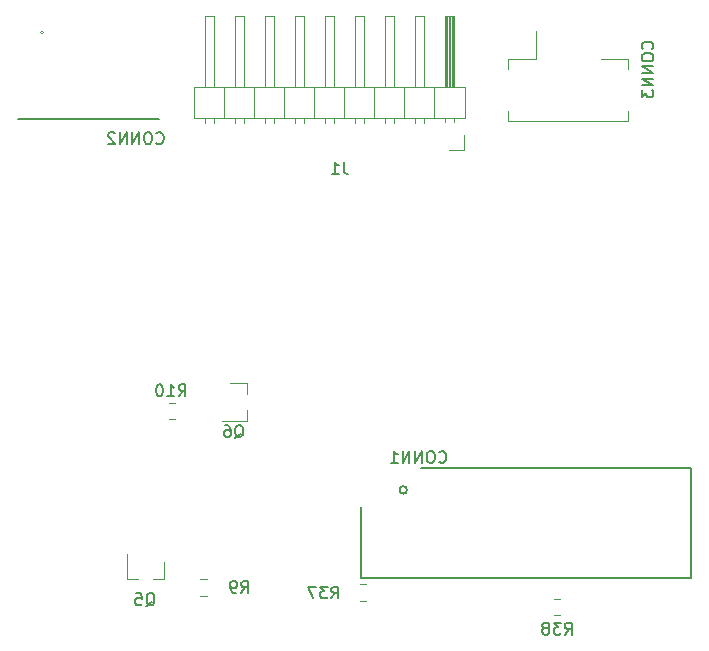
<source format=gbr>
G04 #@! TF.GenerationSoftware,KiCad,Pcbnew,(5.1.6-0-10_14)*
G04 #@! TF.CreationDate,2020-07-24T18:59:42-04:00*
G04 #@! TF.ProjectId,Pufferfish-Interface-2,50756666-6572-4666-9973-682d496e7465,rev?*
G04 #@! TF.SameCoordinates,Original*
G04 #@! TF.FileFunction,Legend,Bot*
G04 #@! TF.FilePolarity,Positive*
%FSLAX46Y46*%
G04 Gerber Fmt 4.6, Leading zero omitted, Abs format (unit mm)*
G04 Created by KiCad (PCBNEW (5.1.6-0-10_14)) date 2020-07-24 18:59:42*
%MOMM*%
%LPD*%
G01*
G04 APERTURE LIST*
%ADD10C,0.200000*%
%ADD11C,0.120000*%
%ADD12C,0.100000*%
%ADD13C,0.127000*%
%ADD14C,0.150000*%
G04 APERTURE END LIST*
D10*
X35560000Y-38608000D02*
X58420000Y-38608000D01*
X58420000Y-38608000D02*
X58420000Y-47879000D01*
X58420000Y-47879000D02*
X30480000Y-47879000D01*
X30480000Y-47879000D02*
X30480000Y-41910000D01*
X34359788Y-40449500D02*
G75*
G03*
X34359788Y-40449500I-323788J0D01*
G01*
D11*
X39209980Y-11691620D02*
X39209980Y-10421620D01*
X37939980Y-11691620D02*
X39209980Y-11691620D01*
X17239980Y-9378691D02*
X17239980Y-8981620D01*
X17999980Y-9378691D02*
X17999980Y-8981620D01*
X17239980Y-321620D02*
X17239980Y-6321620D01*
X17999980Y-321620D02*
X17239980Y-321620D01*
X17999980Y-6321620D02*
X17999980Y-321620D01*
X18889980Y-8981620D02*
X18889980Y-6321620D01*
X19779980Y-9378691D02*
X19779980Y-8981620D01*
X20539980Y-9378691D02*
X20539980Y-8981620D01*
X19779980Y-321620D02*
X19779980Y-6321620D01*
X20539980Y-321620D02*
X19779980Y-321620D01*
X20539980Y-6321620D02*
X20539980Y-321620D01*
X21429980Y-8981620D02*
X21429980Y-6321620D01*
X22319980Y-9378691D02*
X22319980Y-8981620D01*
X23079980Y-9378691D02*
X23079980Y-8981620D01*
X22319980Y-321620D02*
X22319980Y-6321620D01*
X23079980Y-321620D02*
X22319980Y-321620D01*
X23079980Y-6321620D02*
X23079980Y-321620D01*
X23969980Y-8981620D02*
X23969980Y-6321620D01*
X24859980Y-9378691D02*
X24859980Y-8981620D01*
X25619980Y-9378691D02*
X25619980Y-8981620D01*
X24859980Y-321620D02*
X24859980Y-6321620D01*
X25619980Y-321620D02*
X24859980Y-321620D01*
X25619980Y-6321620D02*
X25619980Y-321620D01*
X26509980Y-8981620D02*
X26509980Y-6321620D01*
X27399980Y-9378691D02*
X27399980Y-8981620D01*
X28159980Y-9378691D02*
X28159980Y-8981620D01*
X27399980Y-321620D02*
X27399980Y-6321620D01*
X28159980Y-321620D02*
X27399980Y-321620D01*
X28159980Y-6321620D02*
X28159980Y-321620D01*
X29049980Y-8981620D02*
X29049980Y-6321620D01*
X29939980Y-9378691D02*
X29939980Y-8981620D01*
X30699980Y-9378691D02*
X30699980Y-8981620D01*
X29939980Y-321620D02*
X29939980Y-6321620D01*
X30699980Y-321620D02*
X29939980Y-321620D01*
X30699980Y-6321620D02*
X30699980Y-321620D01*
X31589980Y-8981620D02*
X31589980Y-6321620D01*
X32479980Y-9378691D02*
X32479980Y-8981620D01*
X33239980Y-9378691D02*
X33239980Y-8981620D01*
X32479980Y-321620D02*
X32479980Y-6321620D01*
X33239980Y-321620D02*
X32479980Y-321620D01*
X33239980Y-6321620D02*
X33239980Y-321620D01*
X34129980Y-8981620D02*
X34129980Y-6321620D01*
X35019980Y-9378691D02*
X35019980Y-8981620D01*
X35779980Y-9378691D02*
X35779980Y-8981620D01*
X35019980Y-321620D02*
X35019980Y-6321620D01*
X35779980Y-321620D02*
X35019980Y-321620D01*
X35779980Y-6321620D02*
X35779980Y-321620D01*
X36669980Y-8981620D02*
X36669980Y-6321620D01*
X37559980Y-9311620D02*
X37559980Y-8981620D01*
X38319980Y-9311620D02*
X38319980Y-8981620D01*
X37659980Y-6321620D02*
X37659980Y-321620D01*
X37779980Y-6321620D02*
X37779980Y-321620D01*
X37899980Y-6321620D02*
X37899980Y-321620D01*
X38019980Y-6321620D02*
X38019980Y-321620D01*
X38139980Y-6321620D02*
X38139980Y-321620D01*
X38259980Y-6321620D02*
X38259980Y-321620D01*
X37559980Y-321620D02*
X37559980Y-6321620D01*
X38319980Y-321620D02*
X37559980Y-321620D01*
X38319980Y-6321620D02*
X38319980Y-321620D01*
X39269980Y-6321620D02*
X39269980Y-8981620D01*
X16289980Y-6321620D02*
X39269980Y-6321620D01*
X16289980Y-8981620D02*
X16289980Y-6321620D01*
X39269980Y-8981620D02*
X16289980Y-8981620D01*
X47291518Y-51065500D02*
X46774362Y-51065500D01*
X47291518Y-49645500D02*
X46774362Y-49645500D01*
X30911298Y-49861540D02*
X30394142Y-49861540D01*
X30911298Y-48441540D02*
X30394142Y-48441540D01*
D12*
X3593000Y-1718000D02*
G75*
G03*
X3593000Y-1718000I-127000J0D01*
G01*
D13*
X13341000Y-9068000D02*
X1391000Y-9068000D01*
D11*
X53091000Y-9202000D02*
X53091000Y-8352000D01*
X42921000Y-9202000D02*
X53091000Y-9202000D01*
X42921000Y-3982000D02*
X45246000Y-3982000D01*
X42921000Y-4832000D02*
X42921000Y-3982000D01*
X42921000Y-8352000D02*
X42921000Y-9202000D01*
X53091000Y-3982000D02*
X50766000Y-3982000D01*
X53091000Y-4832000D02*
X53091000Y-3982000D01*
X45246000Y-3982000D02*
X45246000Y-1592000D01*
X13772000Y-48004000D02*
X13772000Y-46544000D01*
X10612000Y-48004000D02*
X10612000Y-45844000D01*
X10612000Y-48004000D02*
X11542000Y-48004000D01*
X13772000Y-48004000D02*
X12842000Y-48004000D01*
X20826000Y-31440000D02*
X20826000Y-32370000D01*
X20826000Y-34600000D02*
X20826000Y-33670000D01*
X20826000Y-34600000D02*
X18666000Y-34600000D01*
X20826000Y-31440000D02*
X19366000Y-31440000D01*
X16866102Y-48024980D02*
X17383258Y-48024980D01*
X16866102Y-49444980D02*
X17383258Y-49444980D01*
X14696178Y-34474220D02*
X14179022Y-34474220D01*
X14696178Y-33054220D02*
X14179022Y-33054220D01*
D14*
X37077115Y-38065982D02*
X37124734Y-38113601D01*
X37267591Y-38161220D01*
X37362829Y-38161220D01*
X37505686Y-38113601D01*
X37600924Y-38018363D01*
X37648543Y-37923125D01*
X37696162Y-37732649D01*
X37696162Y-37589792D01*
X37648543Y-37399316D01*
X37600924Y-37304078D01*
X37505686Y-37208840D01*
X37362829Y-37161220D01*
X37267591Y-37161220D01*
X37124734Y-37208840D01*
X37077115Y-37256459D01*
X36458067Y-37161220D02*
X36267591Y-37161220D01*
X36172353Y-37208840D01*
X36077115Y-37304078D01*
X36029496Y-37494554D01*
X36029496Y-37827887D01*
X36077115Y-38018363D01*
X36172353Y-38113601D01*
X36267591Y-38161220D01*
X36458067Y-38161220D01*
X36553305Y-38113601D01*
X36648543Y-38018363D01*
X36696162Y-37827887D01*
X36696162Y-37494554D01*
X36648543Y-37304078D01*
X36553305Y-37208840D01*
X36458067Y-37161220D01*
X35600924Y-38161220D02*
X35600924Y-37161220D01*
X35029496Y-38161220D01*
X35029496Y-37161220D01*
X34553305Y-38161220D02*
X34553305Y-37161220D01*
X33981877Y-38161220D01*
X33981877Y-37161220D01*
X32981877Y-38161220D02*
X33553305Y-38161220D01*
X33267591Y-38161220D02*
X33267591Y-37161220D01*
X33362829Y-37304078D01*
X33458067Y-37399316D01*
X33553305Y-37446935D01*
X28987073Y-12695940D02*
X28987073Y-13410226D01*
X29034692Y-13553083D01*
X29129930Y-13648321D01*
X29272787Y-13695940D01*
X29368025Y-13695940D01*
X27987073Y-13695940D02*
X28558501Y-13695940D01*
X28272787Y-13695940D02*
X28272787Y-12695940D01*
X28368025Y-12838798D01*
X28463263Y-12934036D01*
X28558501Y-12981655D01*
X47719217Y-52700180D02*
X48052550Y-52223990D01*
X48290645Y-52700180D02*
X48290645Y-51700180D01*
X47909693Y-51700180D01*
X47814455Y-51747800D01*
X47766836Y-51795419D01*
X47719217Y-51890657D01*
X47719217Y-52033514D01*
X47766836Y-52128752D01*
X47814455Y-52176371D01*
X47909693Y-52223990D01*
X48290645Y-52223990D01*
X47385883Y-51700180D02*
X46766836Y-51700180D01*
X47100169Y-52081133D01*
X46957312Y-52081133D01*
X46862074Y-52128752D01*
X46814455Y-52176371D01*
X46766836Y-52271609D01*
X46766836Y-52509704D01*
X46814455Y-52604942D01*
X46862074Y-52652561D01*
X46957312Y-52700180D01*
X47243026Y-52700180D01*
X47338264Y-52652561D01*
X47385883Y-52604942D01*
X46195407Y-52128752D02*
X46290645Y-52081133D01*
X46338264Y-52033514D01*
X46385883Y-51938276D01*
X46385883Y-51890657D01*
X46338264Y-51795419D01*
X46290645Y-51747800D01*
X46195407Y-51700180D01*
X46004931Y-51700180D01*
X45909693Y-51747800D01*
X45862074Y-51795419D01*
X45814455Y-51890657D01*
X45814455Y-51938276D01*
X45862074Y-52033514D01*
X45909693Y-52081133D01*
X46004931Y-52128752D01*
X46195407Y-52128752D01*
X46290645Y-52176371D01*
X46338264Y-52223990D01*
X46385883Y-52319228D01*
X46385883Y-52509704D01*
X46338264Y-52604942D01*
X46290645Y-52652561D01*
X46195407Y-52700180D01*
X46004931Y-52700180D01*
X45909693Y-52652561D01*
X45862074Y-52604942D01*
X45814455Y-52509704D01*
X45814455Y-52319228D01*
X45862074Y-52223990D01*
X45909693Y-52176371D01*
X46004931Y-52128752D01*
X27963097Y-49636940D02*
X28296430Y-49160750D01*
X28534525Y-49636940D02*
X28534525Y-48636940D01*
X28153573Y-48636940D01*
X28058335Y-48684560D01*
X28010716Y-48732179D01*
X27963097Y-48827417D01*
X27963097Y-48970274D01*
X28010716Y-49065512D01*
X28058335Y-49113131D01*
X28153573Y-49160750D01*
X28534525Y-49160750D01*
X27629763Y-48636940D02*
X27010716Y-48636940D01*
X27344049Y-49017893D01*
X27201192Y-49017893D01*
X27105954Y-49065512D01*
X27058335Y-49113131D01*
X27010716Y-49208369D01*
X27010716Y-49446464D01*
X27058335Y-49541702D01*
X27105954Y-49589321D01*
X27201192Y-49636940D01*
X27486906Y-49636940D01*
X27582144Y-49589321D01*
X27629763Y-49541702D01*
X26677382Y-48636940D02*
X26010716Y-48636940D01*
X26439287Y-49636940D01*
X13141413Y-11076201D02*
X13189067Y-11123854D01*
X13332027Y-11171508D01*
X13427334Y-11171508D01*
X13570295Y-11123854D01*
X13665602Y-11028547D01*
X13713255Y-10933240D01*
X13760909Y-10742626D01*
X13760909Y-10599666D01*
X13713255Y-10409052D01*
X13665602Y-10313745D01*
X13570295Y-10218438D01*
X13427334Y-10170784D01*
X13332027Y-10170784D01*
X13189067Y-10218438D01*
X13141413Y-10266091D01*
X12521917Y-10170784D02*
X12331303Y-10170784D01*
X12235996Y-10218438D01*
X12140689Y-10313745D01*
X12093036Y-10504359D01*
X12093036Y-10837933D01*
X12140689Y-11028547D01*
X12235996Y-11123854D01*
X12331303Y-11171508D01*
X12521917Y-11171508D01*
X12617224Y-11123854D01*
X12712531Y-11028547D01*
X12760185Y-10837933D01*
X12760185Y-10504359D01*
X12712531Y-10313745D01*
X12617224Y-10218438D01*
X12521917Y-10170784D01*
X11664154Y-11171508D02*
X11664154Y-10170784D01*
X11092312Y-11171508D01*
X11092312Y-10170784D01*
X10615776Y-11171508D02*
X10615776Y-10170784D01*
X10043934Y-11171508D01*
X10043934Y-10170784D01*
X9615052Y-10266091D02*
X9567399Y-10218438D01*
X9472092Y-10170784D01*
X9233824Y-10170784D01*
X9138517Y-10218438D01*
X9090864Y-10266091D01*
X9043210Y-10361398D01*
X9043210Y-10456705D01*
X9090864Y-10599666D01*
X9662706Y-11171508D01*
X9043210Y-11171508D01*
X55122082Y-3113304D02*
X55169701Y-3065685D01*
X55217320Y-2922828D01*
X55217320Y-2827590D01*
X55169701Y-2684733D01*
X55074463Y-2589495D01*
X54979225Y-2541876D01*
X54788749Y-2494257D01*
X54645892Y-2494257D01*
X54455416Y-2541876D01*
X54360178Y-2589495D01*
X54264940Y-2684733D01*
X54217320Y-2827590D01*
X54217320Y-2922828D01*
X54264940Y-3065685D01*
X54312559Y-3113304D01*
X54217320Y-3732352D02*
X54217320Y-3922828D01*
X54264940Y-4018066D01*
X54360178Y-4113304D01*
X54550654Y-4160923D01*
X54883987Y-4160923D01*
X55074463Y-4113304D01*
X55169701Y-4018066D01*
X55217320Y-3922828D01*
X55217320Y-3732352D01*
X55169701Y-3637114D01*
X55074463Y-3541876D01*
X54883987Y-3494257D01*
X54550654Y-3494257D01*
X54360178Y-3541876D01*
X54264940Y-3637114D01*
X54217320Y-3732352D01*
X55217320Y-4589495D02*
X54217320Y-4589495D01*
X55217320Y-5160923D01*
X54217320Y-5160923D01*
X55217320Y-5637114D02*
X54217320Y-5637114D01*
X55217320Y-6208542D01*
X54217320Y-6208542D01*
X54217320Y-6589495D02*
X54217320Y-7208542D01*
X54598273Y-6875209D01*
X54598273Y-7018066D01*
X54645892Y-7113304D01*
X54693511Y-7160923D01*
X54788749Y-7208542D01*
X55026844Y-7208542D01*
X55122082Y-7160923D01*
X55169701Y-7113304D01*
X55217320Y-7018066D01*
X55217320Y-6732352D01*
X55169701Y-6637114D01*
X55122082Y-6589495D01*
X12256758Y-50298599D02*
X12351996Y-50250980D01*
X12447234Y-50155741D01*
X12590091Y-50012884D01*
X12685329Y-49965265D01*
X12780567Y-49965265D01*
X12732948Y-50203360D02*
X12828186Y-50155741D01*
X12923424Y-50060503D01*
X12971043Y-49870027D01*
X12971043Y-49536694D01*
X12923424Y-49346218D01*
X12828186Y-49250980D01*
X12732948Y-49203360D01*
X12542472Y-49203360D01*
X12447234Y-49250980D01*
X12351996Y-49346218D01*
X12304377Y-49536694D01*
X12304377Y-49870027D01*
X12351996Y-50060503D01*
X12447234Y-50155741D01*
X12542472Y-50203360D01*
X12732948Y-50203360D01*
X11399615Y-49203360D02*
X11875805Y-49203360D01*
X11923424Y-49679551D01*
X11875805Y-49631932D01*
X11780567Y-49584313D01*
X11542472Y-49584313D01*
X11447234Y-49631932D01*
X11399615Y-49679551D01*
X11351996Y-49774789D01*
X11351996Y-50012884D01*
X11399615Y-50108122D01*
X11447234Y-50155741D01*
X11542472Y-50203360D01*
X11780567Y-50203360D01*
X11875805Y-50155741D01*
X11923424Y-50108122D01*
X19770078Y-36051739D02*
X19865316Y-36004120D01*
X19960554Y-35908881D01*
X20103411Y-35766024D01*
X20198649Y-35718405D01*
X20293887Y-35718405D01*
X20246268Y-35956500D02*
X20341506Y-35908881D01*
X20436744Y-35813643D01*
X20484363Y-35623167D01*
X20484363Y-35289834D01*
X20436744Y-35099358D01*
X20341506Y-35004120D01*
X20246268Y-34956500D01*
X20055792Y-34956500D01*
X19960554Y-35004120D01*
X19865316Y-35099358D01*
X19817697Y-35289834D01*
X19817697Y-35623167D01*
X19865316Y-35813643D01*
X19960554Y-35908881D01*
X20055792Y-35956500D01*
X20246268Y-35956500D01*
X18960554Y-34956500D02*
X19151030Y-34956500D01*
X19246268Y-35004120D01*
X19293887Y-35051739D01*
X19389125Y-35194596D01*
X19436744Y-35385072D01*
X19436744Y-35766024D01*
X19389125Y-35861262D01*
X19341506Y-35908881D01*
X19246268Y-35956500D01*
X19055792Y-35956500D01*
X18960554Y-35908881D01*
X18912935Y-35861262D01*
X18865316Y-35766024D01*
X18865316Y-35527929D01*
X18912935Y-35432691D01*
X18960554Y-35385072D01*
X19055792Y-35337453D01*
X19246268Y-35337453D01*
X19341506Y-35385072D01*
X19389125Y-35432691D01*
X19436744Y-35527929D01*
X20331486Y-49156880D02*
X20664820Y-48680690D01*
X20902915Y-49156880D02*
X20902915Y-48156880D01*
X20521962Y-48156880D01*
X20426724Y-48204500D01*
X20379105Y-48252119D01*
X20331486Y-48347357D01*
X20331486Y-48490214D01*
X20379105Y-48585452D01*
X20426724Y-48633071D01*
X20521962Y-48680690D01*
X20902915Y-48680690D01*
X19855296Y-49156880D02*
X19664820Y-49156880D01*
X19569581Y-49109261D01*
X19521962Y-49061642D01*
X19426724Y-48918785D01*
X19379105Y-48728309D01*
X19379105Y-48347357D01*
X19426724Y-48252119D01*
X19474343Y-48204500D01*
X19569581Y-48156880D01*
X19760058Y-48156880D01*
X19855296Y-48204500D01*
X19902915Y-48252119D01*
X19950534Y-48347357D01*
X19950534Y-48585452D01*
X19902915Y-48680690D01*
X19855296Y-48728309D01*
X19760058Y-48775928D01*
X19569581Y-48775928D01*
X19474343Y-48728309D01*
X19426724Y-48680690D01*
X19379105Y-48585452D01*
X15026877Y-32509720D02*
X15360210Y-32033530D01*
X15598305Y-32509720D02*
X15598305Y-31509720D01*
X15217353Y-31509720D01*
X15122115Y-31557340D01*
X15074496Y-31604959D01*
X15026877Y-31700197D01*
X15026877Y-31843054D01*
X15074496Y-31938292D01*
X15122115Y-31985911D01*
X15217353Y-32033530D01*
X15598305Y-32033530D01*
X14074496Y-32509720D02*
X14645924Y-32509720D01*
X14360210Y-32509720D02*
X14360210Y-31509720D01*
X14455448Y-31652578D01*
X14550686Y-31747816D01*
X14645924Y-31795435D01*
X13455448Y-31509720D02*
X13360210Y-31509720D01*
X13264972Y-31557340D01*
X13217353Y-31604959D01*
X13169734Y-31700197D01*
X13122115Y-31890673D01*
X13122115Y-32128768D01*
X13169734Y-32319244D01*
X13217353Y-32414482D01*
X13264972Y-32462101D01*
X13360210Y-32509720D01*
X13455448Y-32509720D01*
X13550686Y-32462101D01*
X13598305Y-32414482D01*
X13645924Y-32319244D01*
X13693543Y-32128768D01*
X13693543Y-31890673D01*
X13645924Y-31700197D01*
X13598305Y-31604959D01*
X13550686Y-31557340D01*
X13455448Y-31509720D01*
M02*

</source>
